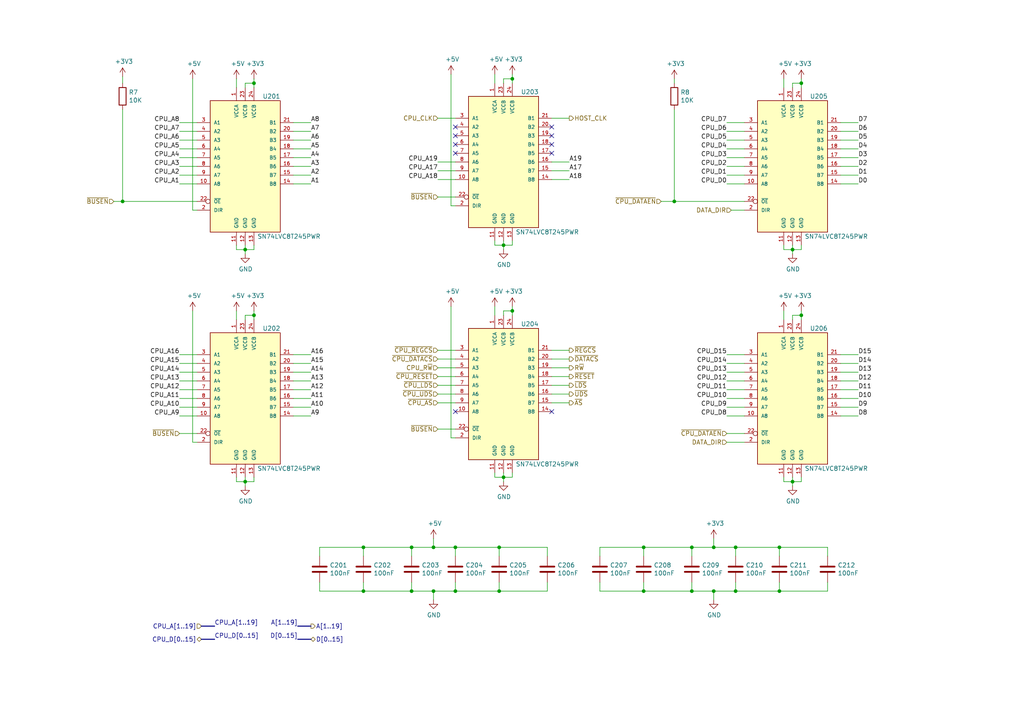
<source format=kicad_sch>
(kicad_sch (version 20211123) (generator eeschema)
  (paper "A4")
  (lib_symbols
    (symbol "Ddraig:SN74LVC8T245PWR" (pin_names (offset 1.016))
      (property "Reference" "U" (at -12.7 31.4706 0))
      (property "Value" "SN74LVC8T245PWR" (at 5.08 -10.16 0))
      (symbol "SN74LVC8T245PWR_0_0"
        (rectangle (start -10.16 -7.62) (end 10.16 30.48) (stroke (width 0.2032)) (fill (type background)))
        (pin power_in line (at -2.54 34.29 270) (length 3.81) (name "VCCA") (number "1"))
        (pin bidirectional line (at -13.97 6.35 0) (length 3.81) (name "A8") (number "10"))
        (pin power_in line (at -2.54 -11.43 90) (length 3.81) (name "GND") (number "11"))
        (pin power_in line (at 0 -11.43 90) (length 3.81) (name "GND") (number "12"))
        (pin power_in line (at 2.54 -11.43 90) (length 3.81) (name "GND") (number "13"))
        (pin bidirectional line (at 13.97 6.35 180) (length 3.81) (name "B8") (number "14"))
        (pin bidirectional line (at 13.97 8.89 180) (length 3.81) (name "B7") (number "15"))
        (pin bidirectional line (at 13.97 11.43 180) (length 3.81) (name "B6") (number "16"))
        (pin bidirectional line (at 13.97 13.97 180) (length 3.81) (name "B5") (number "17"))
        (pin bidirectional line (at 13.97 16.51 180) (length 3.81) (name "B4") (number "18"))
        (pin bidirectional line (at 13.97 19.05 180) (length 3.81) (name "B3") (number "19"))
        (pin input line (at -13.97 -1.27 0) (length 3.81) (name "DIR") (number "2"))
        (pin bidirectional line (at 13.97 21.59 180) (length 3.81) (name "B2") (number "20"))
        (pin bidirectional line (at 13.97 24.13 180) (length 3.81) (name "B1") (number "21"))
        (pin input inverted (at -13.97 1.27 0) (length 3.81) (name "~{OE}") (number "22"))
        (pin power_in line (at 0 34.29 270) (length 3.81) (name "VCCB") (number "23"))
        (pin power_in line (at 2.54 34.29 270) (length 3.81) (name "VCCB") (number "24"))
        (pin bidirectional line (at -13.97 24.13 0) (length 3.81) (name "A1") (number "3"))
        (pin bidirectional line (at -13.97 21.59 0) (length 3.81) (name "A2") (number "4"))
        (pin bidirectional line (at -13.97 19.05 0) (length 3.81) (name "A3") (number "5"))
        (pin bidirectional line (at -13.97 16.51 0) (length 3.81) (name "A4") (number "6"))
        (pin bidirectional line (at -13.97 13.97 0) (length 3.81) (name "A5") (number "7"))
        (pin bidirectional line (at -13.97 11.43 0) (length 3.81) (name "A6") (number "8"))
        (pin bidirectional line (at -13.97 8.89 0) (length 3.81) (name "A7") (number "9"))
      )
    )
    (symbol "Device:C" (pin_numbers hide) (pin_names (offset 0.254))
      (property "Reference" "C" (at 0.635 2.54 0))
      (property "Value" "C" (at 0.635 -2.54 0))
      (symbol "C_0_1"
        (polyline (pts (xy -2.032 -0.762) (xy 2.032 -0.762)) (stroke (width 0.508)))
        (polyline (pts (xy -2.032 0.762) (xy 2.032 0.762)) (stroke (width 0.508)))
      )
      (symbol "C_1_1"
        (pin passive line (at 0 3.81 270) (length 2.794) (name "~") (number "1"))
        (pin passive line (at 0 -3.81 90) (length 2.794) (name "~") (number "2"))
      )
    )
    (symbol "Device:R" (pin_numbers hide) (pin_names (offset 0))
      (property "Reference" "R" (at 2.032 0 90))
      (property "Value" "R" (at 0 0 90))
      (symbol "R_0_1"
        (rectangle (start -1.016 -2.54) (end 1.016 2.54) (stroke (width 0.254)))
      )
      (symbol "R_1_1"
        (pin passive line (at 0 3.81 270) (length 1.27) (name "~") (number "1"))
        (pin passive line (at 0 -3.81 90) (length 1.27) (name "~") (number "2"))
      )
    )
    (symbol "power:+3V3" (power) (pin_names (offset 0))
      (property "Value" "+3V3" (at 0 3.556 0))
      (symbol "+3V3_0_1"
        (polyline (pts (xy -0.762 1.27) (xy 0 2.54)))
        (polyline (pts (xy 0 0) (xy 0 2.54)))
        (polyline (pts (xy 0 2.54) (xy 0.762 1.27)))
      )
      (symbol "+3V3_1_1"
        (pin power_in line (at 0 0 90) (length 0) hide (name "+3V3") (number "1"))
      )
    )
    (symbol "power:+5V" (power) (pin_names (offset 0))
      (property "Value" "+5V" (at 0 3.556 0))
      (symbol "+5V_0_1"
        (polyline (pts (xy -0.762 1.27) (xy 0 2.54)))
        (polyline (pts (xy 0 0) (xy 0 2.54)))
        (polyline (pts (xy 0 2.54) (xy 0.762 1.27)))
      )
      (symbol "+5V_1_1"
        (pin power_in line (at 0 0 90) (length 0) hide (name "+5V") (number "1"))
      )
    )
    (symbol "power:GND" (power) (pin_names (offset 0))
      (property "Value" "GND" (at 0 -3.81 0))
      (symbol "GND_0_1"
        (polyline (pts (xy 0 0) (xy 0 -1.27) (xy 1.27 -1.27) (xy 0 -2.54) (xy -1.27 -1.27) (xy 0 -1.27)))
      )
      (symbol "GND_1_1"
        (pin power_in line (at 0 0 270) (length 0) hide (name "GND") (number "1"))
      )
    )
  )
  (junction (at 186.69 158.75))
  (junction (at 73.66 91.44))
  (junction (at 119.38 158.75))
  (junction (at 207.01 171.45))
  (junction (at 125.73 171.45))
  (junction (at 229.87 72.39))
  (junction (at 232.41 24.13))
  (junction (at 35.56 58.42))
  (junction (at 200.66 171.45))
  (junction (at 73.66 24.13))
  (junction (at 213.36 158.75))
  (junction (at 148.59 90.17))
  (junction (at 119.38 171.45))
  (junction (at 213.36 171.45))
  (junction (at 148.59 22.86))
  (junction (at 71.12 139.7))
  (junction (at 132.08 158.75))
  (junction (at 186.69 171.45))
  (junction (at 200.66 158.75))
  (junction (at 105.41 158.75))
  (junction (at 226.06 171.45))
  (junction (at 132.08 171.45))
  (junction (at 226.06 158.75))
  (junction (at 144.78 158.75))
  (junction (at 146.05 71.12))
  (junction (at 195.58 58.42))
  (junction (at 232.41 91.44))
  (junction (at 144.78 171.45))
  (junction (at 207.01 158.75))
  (junction (at 105.41 171.45))
  (junction (at 125.73 158.75))
  (junction (at 71.12 72.39))
  (junction (at 229.87 139.7))
  (junction (at 146.05 138.43))
  (no_connect (at 132.08 44.45))
  (no_connect (at 132.08 39.37))
  (no_connect (at 160.02 36.83))
  (no_connect (at 132.08 119.38))
  (no_connect (at 160.02 44.45))
  (no_connect (at 160.02 119.38))
  (no_connect (at 160.02 41.91))
  (no_connect (at 160.02 39.37))
  (no_connect (at 132.08 36.83))
  (no_connect (at 132.08 41.91))
  (wire (pts (xy 215.9 53.34) (xy 210.82 53.34)))
  (wire (pts (xy 73.66 25.4) (xy 73.66 24.13)))
  (wire (pts (xy 90.17 35.56) (xy 85.09 35.56)))
  (wire (pts (xy 132.08 114.3) (xy 127 114.3)))
  (wire (pts (xy 90.17 43.18) (xy 85.09 43.18)))
  (wire (pts (xy 132.08 101.6) (xy 127 101.6)))
  (wire (pts (xy 143.51 138.43) (xy 146.05 138.43)))
  (wire (pts (xy 148.59 90.17) (xy 146.05 90.17)))
  (wire (pts (xy 130.81 21.59) (xy 130.81 59.69)))
  (wire (pts (xy 165.1 109.22) (xy 160.02 109.22)))
  (wire (pts (xy 200.66 161.29) (xy 200.66 158.75)))
  (wire (pts (xy 158.75 171.45) (xy 158.75 168.91)))
  (wire (pts (xy 200.66 158.75) (xy 186.69 158.75)))
  (wire (pts (xy 215.9 102.87) (xy 210.82 102.87)))
  (wire (pts (xy 229.87 73.66) (xy 229.87 72.39)))
  (wire (pts (xy 57.15 102.87) (xy 52.07 102.87)))
  (wire (pts (xy 229.87 138.43) (xy 229.87 139.7)))
  (wire (pts (xy 57.15 125.73) (xy 52.07 125.73)))
  (wire (pts (xy 232.41 91.44) (xy 232.41 90.17)))
  (wire (pts (xy 68.58 72.39) (xy 71.12 72.39)))
  (wire (pts (xy 119.38 168.91) (xy 119.38 171.45)))
  (wire (pts (xy 90.17 107.95) (xy 85.09 107.95)))
  (wire (pts (xy 165.1 116.84) (xy 160.02 116.84)))
  (wire (pts (xy 119.38 171.45) (xy 125.73 171.45)))
  (wire (pts (xy 226.06 168.91) (xy 226.06 171.45)))
  (wire (pts (xy 200.66 171.45) (xy 207.01 171.45)))
  (wire (pts (xy 68.58 22.86) (xy 68.58 25.4)))
  (wire (pts (xy 248.92 53.34) (xy 243.84 53.34)))
  (wire (pts (xy 132.08 106.68) (xy 127 106.68)))
  (wire (pts (xy 125.73 158.75) (xy 119.38 158.75)))
  (wire (pts (xy 90.17 53.34) (xy 85.09 53.34)))
  (wire (pts (xy 130.81 127) (xy 132.08 127)))
  (wire (pts (xy 148.59 91.44) (xy 148.59 90.17)))
  (wire (pts (xy 207.01 156.21) (xy 207.01 158.75)))
  (wire (pts (xy 132.08 109.22) (xy 127 109.22)))
  (wire (pts (xy 57.15 53.34) (xy 52.07 53.34)))
  (wire (pts (xy 132.08 49.53) (xy 127 49.53)))
  (wire (pts (xy 143.51 137.16) (xy 143.51 138.43)))
  (wire (pts (xy 240.03 158.75) (xy 240.03 161.29)))
  (wire (pts (xy 132.08 158.75) (xy 144.78 158.75)))
  (wire (pts (xy 57.15 48.26) (xy 52.07 48.26)))
  (wire (pts (xy 213.36 171.45) (xy 226.06 171.45)))
  (wire (pts (xy 73.66 92.71) (xy 73.66 91.44)))
  (bus (pts (xy 86.36 181.61) (xy 90.17 181.61)))
  (wire (pts (xy 232.41 72.39) (xy 232.41 71.12)))
  (wire (pts (xy 73.66 24.13) (xy 73.66 22.86)))
  (wire (pts (xy 57.15 113.03) (xy 52.07 113.03)))
  (wire (pts (xy 173.99 158.75) (xy 173.99 161.29)))
  (wire (pts (xy 232.41 91.44) (xy 229.87 91.44)))
  (wire (pts (xy 90.17 45.72) (xy 85.09 45.72)))
  (wire (pts (xy 248.92 48.26) (xy 243.84 48.26)))
  (wire (pts (xy 165.1 101.6) (xy 160.02 101.6)))
  (wire (pts (xy 186.69 168.91) (xy 186.69 171.45)))
  (wire (pts (xy 132.08 158.75) (xy 125.73 158.75)))
  (wire (pts (xy 90.17 102.87) (xy 85.09 102.87)))
  (wire (pts (xy 90.17 50.8) (xy 85.09 50.8)))
  (wire (pts (xy 125.73 171.45) (xy 132.08 171.45)))
  (wire (pts (xy 195.58 58.42) (xy 215.9 58.42)))
  (wire (pts (xy 213.36 158.75) (xy 207.01 158.75)))
  (wire (pts (xy 105.41 171.45) (xy 119.38 171.45)))
  (wire (pts (xy 35.56 31.75) (xy 35.56 58.42)))
  (wire (pts (xy 57.15 45.72) (xy 52.07 45.72)))
  (wire (pts (xy 232.41 92.71) (xy 232.41 91.44)))
  (wire (pts (xy 227.33 22.86) (xy 227.33 25.4)))
  (wire (pts (xy 132.08 34.29) (xy 127 34.29)))
  (wire (pts (xy 229.87 140.97) (xy 229.87 139.7)))
  (wire (pts (xy 165.1 52.07) (xy 160.02 52.07)))
  (wire (pts (xy 248.92 45.72) (xy 243.84 45.72)))
  (wire (pts (xy 144.78 158.75) (xy 144.78 161.29)))
  (wire (pts (xy 68.58 71.12) (xy 68.58 72.39)))
  (wire (pts (xy 71.12 72.39) (xy 73.66 72.39)))
  (wire (pts (xy 73.66 24.13) (xy 71.12 24.13)))
  (wire (pts (xy 73.66 72.39) (xy 73.66 71.12)))
  (wire (pts (xy 144.78 158.75) (xy 158.75 158.75)))
  (wire (pts (xy 90.17 120.65) (xy 85.09 120.65)))
  (wire (pts (xy 215.9 105.41) (xy 210.82 105.41)))
  (wire (pts (xy 226.06 171.45) (xy 240.03 171.45)))
  (wire (pts (xy 191.77 58.42) (xy 195.58 58.42)))
  (wire (pts (xy 186.69 158.75) (xy 173.99 158.75)))
  (wire (pts (xy 127 46.99) (xy 132.08 46.99)))
  (wire (pts (xy 215.9 118.11) (xy 210.82 118.11)))
  (wire (pts (xy 248.92 115.57) (xy 243.84 115.57)))
  (wire (pts (xy 215.9 128.27) (xy 210.82 128.27)))
  (wire (pts (xy 105.41 161.29) (xy 105.41 158.75)))
  (wire (pts (xy 92.71 168.91) (xy 92.71 171.45)))
  (wire (pts (xy 68.58 90.17) (xy 68.58 92.71)))
  (wire (pts (xy 232.41 24.13) (xy 232.41 22.86)))
  (wire (pts (xy 57.15 110.49) (xy 52.07 110.49)))
  (wire (pts (xy 90.17 40.64) (xy 85.09 40.64)))
  (wire (pts (xy 132.08 111.76) (xy 127 111.76)))
  (wire (pts (xy 227.33 138.43) (xy 227.33 139.7)))
  (wire (pts (xy 130.81 59.69) (xy 132.08 59.69)))
  (wire (pts (xy 132.08 52.07) (xy 127 52.07)))
  (wire (pts (xy 146.05 22.86) (xy 146.05 24.13)))
  (wire (pts (xy 248.92 113.03) (xy 243.84 113.03)))
  (wire (pts (xy 57.15 120.65) (xy 52.07 120.65)))
  (wire (pts (xy 248.92 43.18) (xy 243.84 43.18)))
  (wire (pts (xy 215.9 38.1) (xy 210.82 38.1)))
  (wire (pts (xy 119.38 158.75) (xy 105.41 158.75)))
  (wire (pts (xy 90.17 48.26) (xy 85.09 48.26)))
  (wire (pts (xy 55.88 22.86) (xy 55.88 60.96)))
  (wire (pts (xy 57.15 107.95) (xy 52.07 107.95)))
  (wire (pts (xy 73.66 139.7) (xy 73.66 138.43)))
  (wire (pts (xy 195.58 22.86) (xy 195.58 24.13)))
  (bus (pts (xy 62.23 185.42) (xy 58.42 185.42)))
  (wire (pts (xy 165.1 111.76) (xy 160.02 111.76)))
  (wire (pts (xy 57.15 118.11) (xy 52.07 118.11)))
  (wire (pts (xy 132.08 124.46) (xy 127 124.46)))
  (wire (pts (xy 213.36 168.91) (xy 213.36 171.45)))
  (wire (pts (xy 248.92 35.56) (xy 243.84 35.56)))
  (wire (pts (xy 248.92 102.87) (xy 243.84 102.87)))
  (wire (pts (xy 146.05 138.43) (xy 148.59 138.43)))
  (wire (pts (xy 146.05 137.16) (xy 146.05 138.43)))
  (wire (pts (xy 35.56 22.225) (xy 35.56 24.13)))
  (wire (pts (xy 173.99 171.45) (xy 186.69 171.45)))
  (wire (pts (xy 165.1 114.3) (xy 160.02 114.3)))
  (wire (pts (xy 160.02 34.29) (xy 165.1 34.29)))
  (wire (pts (xy 71.12 140.97) (xy 71.12 139.7)))
  (wire (pts (xy 132.08 116.84) (xy 127 116.84)))
  (wire (pts (xy 90.17 105.41) (xy 85.09 105.41)))
  (wire (pts (xy 57.15 50.8) (xy 52.07 50.8)))
  (wire (pts (xy 146.05 90.17) (xy 146.05 91.44)))
  (wire (pts (xy 105.41 158.75) (xy 92.71 158.75)))
  (bus (pts (xy 90.17 185.42) (xy 86.36 185.42)))
  (wire (pts (xy 248.92 38.1) (xy 243.84 38.1)))
  (wire (pts (xy 227.33 139.7) (xy 229.87 139.7)))
  (wire (pts (xy 227.33 71.12) (xy 227.33 72.39)))
  (wire (pts (xy 125.73 173.99) (xy 125.73 171.45)))
  (wire (pts (xy 143.51 69.85) (xy 143.51 71.12)))
  (wire (pts (xy 73.66 91.44) (xy 71.12 91.44)))
  (wire (pts (xy 200.66 168.91) (xy 200.66 171.45)))
  (wire (pts (xy 146.05 72.39) (xy 146.05 71.12)))
  (wire (pts (xy 229.87 24.13) (xy 229.87 25.4)))
  (wire (pts (xy 158.75 158.75) (xy 158.75 161.29)))
  (wire (pts (xy 186.69 171.45) (xy 200.66 171.45)))
  (wire (pts (xy 215.9 120.65) (xy 210.82 120.65)))
  (wire (pts (xy 71.12 139.7) (xy 73.66 139.7)))
  (wire (pts (xy 207.01 158.75) (xy 200.66 158.75)))
  (wire (pts (xy 165.1 46.99) (xy 160.02 46.99)))
  (wire (pts (xy 173.99 168.91) (xy 173.99 171.45)))
  (wire (pts (xy 57.15 115.57) (xy 52.07 115.57)))
  (wire (pts (xy 57.15 35.56) (xy 52.07 35.56)))
  (wire (pts (xy 215.9 35.56) (xy 210.82 35.56)))
  (wire (pts (xy 215.9 125.73) (xy 210.82 125.73)))
  (wire (pts (xy 160.02 49.53) (xy 165.1 49.53)))
  (wire (pts (xy 71.12 138.43) (xy 71.12 139.7)))
  (wire (pts (xy 195.58 31.75) (xy 195.58 58.42)))
  (wire (pts (xy 215.9 113.03) (xy 210.82 113.03)))
  (wire (pts (xy 213.36 158.75) (xy 226.06 158.75)))
  (wire (pts (xy 148.59 71.12) (xy 148.59 69.85)))
  (wire (pts (xy 229.87 91.44) (xy 229.87 92.71)))
  (wire (pts (xy 215.9 110.49) (xy 210.82 110.49)))
  (wire (pts (xy 212.09 60.96) (xy 215.9 60.96)))
  (wire (pts (xy 148.59 24.13) (xy 148.59 22.86)))
  (wire (pts (xy 90.17 113.03) (xy 85.09 113.03)))
  (wire (pts (xy 215.9 43.18) (xy 210.82 43.18)))
  (wire (pts (xy 215.9 48.26) (xy 210.82 48.26)))
  (wire (pts (xy 132.08 104.14) (xy 127 104.14)))
  (wire (pts (xy 57.15 58.42) (xy 35.56 58.42)))
  (wire (pts (xy 165.1 106.68) (xy 160.02 106.68)))
  (wire (pts (xy 215.9 40.64) (xy 210.82 40.64)))
  (wire (pts (xy 148.59 22.86) (xy 148.59 21.59)))
  (wire (pts (xy 226.06 158.75) (xy 240.03 158.75)))
  (wire (pts (xy 227.33 72.39) (xy 229.87 72.39)))
  (wire (pts (xy 148.59 90.17) (xy 148.59 88.9)))
  (wire (pts (xy 226.06 158.75) (xy 226.06 161.29)))
  (wire (pts (xy 207.01 173.99) (xy 207.01 171.45)))
  (wire (pts (xy 132.08 161.29) (xy 132.08 158.75)))
  (wire (pts (xy 35.56 58.42) (xy 33.02 58.42)))
  (wire (pts (xy 165.1 104.14) (xy 160.02 104.14)))
  (wire (pts (xy 213.36 161.29) (xy 213.36 158.75)))
  (wire (pts (xy 148.59 22.86) (xy 146.05 22.86)))
  (wire (pts (xy 146.05 139.7) (xy 146.05 138.43)))
  (wire (pts (xy 71.12 91.44) (xy 71.12 92.71)))
  (wire (pts (xy 229.87 72.39) (xy 232.41 72.39)))
  (wire (pts (xy 215.9 45.72) (xy 210.82 45.72)))
  (wire (pts (xy 146.05 71.12) (xy 148.59 71.12)))
  (wire (pts (xy 248.92 105.41) (xy 243.84 105.41)))
  (wire (pts (xy 248.92 40.64) (xy 243.84 40.64)))
  (wire (pts (xy 105.41 168.91) (xy 105.41 171.45)))
  (wire (pts (xy 132.08 171.45) (xy 144.78 171.45)))
  (wire (pts (xy 90.17 115.57) (xy 85.09 115.57)))
  (wire (pts (xy 57.15 38.1) (xy 52.07 38.1)))
  (wire (pts (xy 227.33 90.17) (xy 227.33 92.71)))
  (wire (pts (xy 229.87 71.12) (xy 229.87 72.39)))
  (wire (pts (xy 130.81 88.9) (xy 130.81 127)))
  (wire (pts (xy 143.51 21.59) (xy 143.51 24.13)))
  (wire (pts (xy 148.59 138.43) (xy 148.59 137.16)))
  (wire (pts (xy 248.92 107.95) (xy 243.84 107.95)))
  (wire (pts (xy 90.17 38.1) (xy 85.09 38.1)))
  (wire (pts (xy 248.92 110.49) (xy 243.84 110.49)))
  (wire (pts (xy 207.01 171.45) (xy 213.36 171.45)))
  (wire (pts (xy 57.15 40.64) (xy 52.07 40.64)))
  (wire (pts (xy 71.12 71.12) (xy 71.12 72.39)))
  (wire (pts (xy 127 57.15) (xy 132.08 57.15)))
  (wire (pts (xy 90.17 110.49) (xy 85.09 110.49)))
  (wire (pts (xy 68.58 138.43) (xy 68.58 139.7)))
  (wire (pts (xy 57.15 43.18) (xy 52.07 43.18)))
  (wire (pts (xy 92.71 171.45) (xy 105.41 171.45)))
  (wire (pts (xy 90.17 118.11) (xy 85.09 118.11)))
  (wire (pts (xy 232.41 24.13) (xy 229.87 24.13)))
  (wire (pts (xy 215.9 115.57) (xy 210.82 115.57)))
  (wire (pts (xy 232.41 25.4) (xy 232.41 24.13)))
  (wire (pts (xy 92.71 158.75) (xy 92.71 161.29)))
  (wire (pts (xy 68.58 139.7) (xy 71.12 139.7)))
  (bus (pts (xy 62.23 181.61) (xy 58.42 181.61)))
  (wire (pts (xy 57.15 105.41) (xy 52.07 105.41)))
  (wire (pts (xy 232.41 139.7) (xy 232.41 138.43)))
  (wire (pts (xy 215.9 107.95) (xy 210.82 107.95)))
  (wire (pts (xy 248.92 118.11) (xy 243.84 118.11)))
  (wire (pts (xy 71.12 73.66) (xy 71.12 72.39)))
  (wire (pts (xy 248.92 120.65) (xy 243.84 120.65)))
  (wire (pts (xy 144.78 171.45) (xy 158.75 171.45)))
  (wire (pts (xy 144.78 168.91) (xy 144.78 171.45)))
  (wire (pts (xy 55.88 90.17) (xy 55.88 128.27)))
  (wire (pts (xy 119.38 161.29) (xy 119.38 158.75)))
  (wire (pts (xy 215.9 50.8) (xy 210.82 50.8)))
  (wire (pts (xy 146.05 69.85) (xy 146.05 71.12)))
  (wire (pts (xy 240.03 171.45) (xy 240.03 168.91)))
  (wire (pts (xy 73.66 91.44) (xy 73.66 90.17)))
  (wire (pts (xy 125.73 156.21) (xy 125.73 158.75)))
  (wire (pts (xy 143.51 71.12) (xy 146.05 71.12)))
  (wire (pts (xy 229.87 139.7) (xy 232.41 139.7)))
  (wire (pts (xy 248.92 50.8) (xy 243.84 50.8)))
  (wire (pts (xy 71.12 24.13) (xy 71.12 25.4)))
  (wire (pts (xy 55.88 60.96) (xy 57.15 60.96)))
  (wire (pts (xy 143.51 88.9) (xy 143.51 91.44)))
  (wire (pts (xy 132.08 168.91) (xy 132.08 171.45)))
  (wire (pts (xy 186.69 161.29) (xy 186.69 158.75)))
  (wire (pts (xy 55.88 128.27) (xy 57.15 128.27)))
  (label "A17" (at 165.1 49.53 0))
  (label "A16" (at 90.17 102.87 0))
  (label "D13" (at 248.92 107.95 0))
  (label "CPU_D2" (at 210.82 48.26 180))
  (label "A1" (at 90.17 53.34 0))
  (label "CPU_A14" (at 52.07 107.95 180))
  (label "CPU_A10" (at 52.07 118.11 180))
  (label "D8" (at 248.92 120.65 0))
  (label "A6" (at 90.17 40.64 0))
  (label "D5" (at 248.92 40.64 0))
  (label "CPU_D12" (at 210.82 110.49 180))
  (label "CPU_D15" (at 210.82 102.87 180))
  (label "CPU_A8" (at 52.07 35.56 180))
  (label "A[1..19]" (at 86.36 181.61 180))
  (label "A5" (at 90.17 43.18 0))
  (label "A3" (at 90.17 48.26 0))
  (label "D4" (at 248.92 43.18 0))
  (label "CPU_D5" (at 210.82 40.64 180))
  (label "A19" (at 165.1 46.99 0))
  (label "A13" (at 90.17 110.49 0))
  (label "CPU_D7" (at 210.82 35.56 180))
  (label "A18" (at 165.1 52.07 0))
  (label "D2" (at 248.92 48.26 0))
  (label "CPU_D4" (at 210.82 43.18 180))
  (label "CPU_A18" (at 127 52.07 180))
  (label "CPU_D9" (at 210.82 118.11 180))
  (label "CPU_A2" (at 52.07 50.8 180))
  (label "A2" (at 90.17 50.8 0))
  (label "A11" (at 90.17 115.57 0))
  (label "CPU_A4" (at 52.07 45.72 180))
  (label "CPU_A6" (at 52.07 40.64 180))
  (label "A10" (at 90.17 118.11 0))
  (label "CPU_A3" (at 52.07 48.26 180))
  (label "A14" (at 90.17 107.95 0))
  (label "D1" (at 248.92 50.8 0))
  (label "CPU_A17" (at 127 49.53 180))
  (label "CPU_A13" (at 52.07 110.49 180))
  (label "D0" (at 248.92 53.34 0))
  (label "CPU_D3" (at 210.82 45.72 180))
  (label "CPU_A12" (at 52.07 113.03 180))
  (label "CPU_D6" (at 210.82 38.1 180))
  (label "D15" (at 248.92 102.87 0))
  (label "CPU_A5" (at 52.07 43.18 180))
  (label "D10" (at 248.92 115.57 0))
  (label "D12" (at 248.92 110.49 0))
  (label "D11" (at 248.92 113.03 0))
  (label "CPU_A[1..19]" (at 62.23 181.61 0))
  (label "D9" (at 248.92 118.11 0))
  (label "D3" (at 248.92 45.72 0))
  (label "CPU_D[0..15]" (at 62.23 185.42 0))
  (label "CPU_A9" (at 52.07 120.65 180))
  (label "CPU_A16" (at 52.07 102.87 180))
  (label "A12" (at 90.17 113.03 0))
  (label "D14" (at 248.92 105.41 0))
  (label "CPU_D0" (at 210.82 53.34 180))
  (label "CPU_D8" (at 210.82 120.65 180))
  (label "A9" (at 90.17 120.65 0))
  (label "A4" (at 90.17 45.72 0))
  (label "D7" (at 248.92 35.56 0))
  (label "CPU_A1" (at 52.07 53.34 180))
  (label "D[0..15]" (at 86.36 185.42 180))
  (label "CPU_D11" (at 210.82 113.03 180))
  (label "CPU_A19" (at 127 46.99 180))
  (label "A15" (at 90.17 105.41 0))
  (label "CPU_A15" (at 52.07 105.41 180))
  (label "A7" (at 90.17 38.1 0))
  (label "CPU_A7" (at 52.07 38.1 180))
  (label "CPU_A11" (at 52.07 115.57 180))
  (label "CPU_D10" (at 210.82 115.57 180))
  (label "A8" (at 90.17 35.56 0))
  (label "CPU_D14" (at 210.82 105.41 180))
  (label "CPU_D1" (at 210.82 50.8 180))
  (label "CPU_D13" (at 210.82 107.95 180))
  (label "D6" (at 248.92 38.1 0))
  (hierarchical_label "~{REGCS}" (shape output) (at 165.1 101.6 0))
  (hierarchical_label "~{LDS}" (shape output) (at 165.1 111.76 0))
  (hierarchical_label "~{CPU_LDS}" (shape input) (at 127 111.76 180))
  (hierarchical_label "~{CPU_UDS}" (shape input) (at 127 114.3 180))
  (hierarchical_label "~{BUSEN}" (shape input) (at 127 57.15 180))
  (hierarchical_label "CPU_D[0..15]" (shape bidirectional) (at 58.42 185.42 180))
  (hierarchical_label "~{RESET}" (shape output) (at 165.1 109.22 0))
  (hierarchical_label "DATA_DIR" (shape input) (at 212.09 60.96 180))
  (hierarchical_label "CPU_A[1..19]" (shape input) (at 58.42 181.61 180))
  (hierarchical_label "~{BUSEN}" (shape input) (at 127 124.46 180))
  (hierarchical_label "~{BUSEN}" (shape input) (at 33.02 58.42 180))
  (hierarchical_label "~{BUSEN}" (shape input) (at 52.07 125.73 180))
  (hierarchical_label "D[0..15]" (shape bidirectional) (at 90.17 185.42 0))
  (hierarchical_label "R~{W}" (shape output) (at 165.1 106.68 0))
  (hierarchical_label "~{UDS}" (shape output) (at 165.1 114.3 0))
  (hierarchical_label "~{CPU_AS}" (shape input) (at 127 116.84 180))
  (hierarchical_label "HOST_CLK" (shape output) (at 165.1 34.29 0))
  (hierarchical_label "CPU_R~{W}" (shape input) (at 127 106.68 180))
  (hierarchical_label "~{CPU_RESET}" (shape input) (at 127 109.22 180))
  (hierarchical_label "~{CPU_DATAEN}" (shape input) (at 191.77 58.42 180))
  (hierarchical_label "~{DATACS}" (shape output) (at 165.1 104.14 0))
  (hierarchical_label "DATA_DIR" (shape input) (at 210.82 128.27 180))
  (hierarchical_label "~{CPU_DATAEN}" (shape input) (at 210.82 125.73 180))
  (hierarchical_label "CPU_CLK" (shape input) (at 127 34.29 180))
  (hierarchical_label "A[1..19]" (shape output) (at 90.17 181.61 0))
  (hierarchical_label "~{CPU_REGCS}" (shape input) (at 127 101.6 180))
  (hierarchical_label "~{AS}" (shape output) (at 165.1 116.84 0))
  (hierarchical_label "~{CPU_DATACS}" (shape input) (at 127 104.14 180))
  (symbol (lib_id "power:+5V") (at 227.33 22.86 0) (unit 1)
    (property "Reference" "#PWR0225" (effects hide))
    (property "Value" "+5V" (at 227.711 18.4658 0))
  )
  (symbol (lib_id "power:+3V3") (at 232.41 22.86 0) (unit 1)
    (property "Reference" "#PWR0229" (effects hide))
    (property "Value" "+3V3" (at 232.791 18.4658 0))
  )
  (symbol (lib_id "power:GND") (at 229.87 73.66 0) (unit 1)
    (property "Reference" "#PWR0227" (effects hide))
    (property "Value" "GND" (at 229.997 78.0542 0))
  )
  (symbol (lib_id "power:+5V") (at 227.33 90.17 0) (unit 1)
    (property "Reference" "#PWR0226" (effects hide))
    (property "Value" "+5V" (at 227.711 85.7758 0))
  )
  (symbol (lib_id "power:+3V3") (at 232.41 90.17 0) (unit 1)
    (property "Reference" "#PWR0230" (effects hide))
    (property "Value" "+3V3" (at 232.791 85.7758 0))
  )
  (symbol (lib_id "power:GND") (at 229.87 140.97 0) (unit 1)
    (property "Reference" "#PWR0228" (effects hide))
    (property "Value" "GND" (at 229.997 145.3642 0))
  )
  (symbol (lib_id "power:+5V") (at 68.58 22.86 0) (unit 1)
    (property "Reference" "#PWR0205" (effects hide))
    (property "Value" "+5V" (at 68.961 18.4658 0))
  )
  (symbol (lib_id "power:+3V3") (at 73.66 22.86 0) (unit 1)
    (property "Reference" "#PWR0209" (effects hide))
    (property "Value" "+3V3" (at 74.041 18.4658 0))
  )
  (symbol (lib_id "power:GND") (at 71.12 73.66 0) (unit 1)
    (property "Reference" "#PWR0207" (effects hide))
    (property "Value" "GND" (at 71.247 78.0542 0))
  )
  (symbol (lib_id "power:+5V") (at 55.88 22.86 0) (unit 1)
    (property "Reference" "#PWR0203" (effects hide))
    (property "Value" "+5V" (at 56.261 18.4658 0))
  )
  (symbol (lib_id "power:+5V") (at 68.58 90.17 0) (unit 1)
    (property "Reference" "#PWR0206" (effects hide))
    (property "Value" "+5V" (at 68.961 85.7758 0))
  )
  (symbol (lib_id "power:+3V3") (at 73.66 90.17 0) (unit 1)
    (property "Reference" "#PWR0210" (effects hide))
    (property "Value" "+3V3" (at 74.041 85.7758 0))
  )
  (symbol (lib_id "power:GND") (at 71.12 140.97 0) (unit 1)
    (property "Reference" "#PWR0208" (effects hide))
    (property "Value" "GND" (at 71.247 145.3642 0))
  )
  (symbol (lib_id "power:+5V") (at 55.88 90.17 0) (unit 1)
    (property "Reference" "#PWR0204" (effects hide))
    (property "Value" "+5V" (at 56.261 85.7758 0))
  )
  (symbol (lib_id "power:+5V") (at 143.51 21.59 0) (unit 1)
    (property "Reference" "#PWR0217" (effects hide))
    (property "Value" "+5V" (at 143.891 17.1958 0))
  )
  (symbol (lib_id "power:+3V3") (at 148.59 21.59 0) (unit 1)
    (property "Reference" "#PWR0221" (effects hide))
    (property "Value" "+3V3" (at 148.971 17.1958 0))
  )
  (symbol (lib_id "power:GND") (at 146.05 72.39 0) (unit 1)
    (property "Reference" "#PWR0219" (effects hide))
    (property "Value" "GND" (at 146.177 76.7842 0))
  )
  (symbol (lib_id "power:+5V") (at 130.81 21.59 0) (unit 1)
    (property "Reference" "#PWR0215" (effects hide))
    (property "Value" "+5V" (at 131.191 17.1958 0))
  )
  (symbol (lib_id "power:+5V") (at 143.51 88.9 0) (unit 1)
    (property "Reference" "#PWR0218" (effects hide))
    (property "Value" "+5V" (at 143.891 84.5058 0))
  )
  (symbol (lib_id "power:+3V3") (at 148.59 88.9 0) (unit 1)
    (property "Reference" "#PWR0222" (effects hide))
    (property "Value" "+3V3" (at 148.971 84.5058 0))
  )
  (symbol (lib_id "power:GND") (at 146.05 139.7 0) (unit 1)
    (property "Reference" "#PWR0220" (effects hide))
    (property "Value" "GND" (at 146.177 144.0942 0))
  )
  (symbol (lib_id "power:+5V") (at 130.81 88.9 0) (unit 1)
    (property "Reference" "#PWR0216" (effects hide))
    (property "Value" "+5V" (at 131.191 84.5058 0))
  )
  (symbol (lib_id "Device:C") (at 132.08 165.1 0) (unit 1)
    (property "Reference" "C204" (at 135.001 163.9316 0) (effects (justify left)))
    (property "Value" "100nF" (at 135.001 166.243 0) (effects (justify left)))
    (property "Footprint" "Capacitor_SMD:C_0805_2012Metric" (effects hide))
  )
  (symbol (lib_id "power:+5V") (at 125.73 156.21 0) (unit 1)
    (property "Reference" "#PWR0211" (effects hide))
    (property "Value" "+5V" (at 126.111 151.8158 0))
  )
  (symbol (lib_id "power:GND") (at 125.73 173.99 0) (unit 1)
    (property "Reference" "#PWR0212" (effects hide))
    (property "Value" "GND" (at 125.857 178.3842 0))
  )
  (symbol (lib_id "Device:C") (at 144.78 165.1 0) (unit 1)
    (property "Reference" "C205" (at 147.701 163.9316 0) (effects (justify left)))
    (property "Value" "100nF" (at 147.701 166.243 0) (effects (justify left)))
    (property "Footprint" "Capacitor_SMD:C_0805_2012Metric" (effects hide))
  )
  (symbol (lib_id "Device:C") (at 158.75 165.1 0) (unit 1)
    (property "Reference" "C206" (at 161.671 163.9316 0) (effects (justify left)))
    (property "Value" "100nF" (at 161.671 166.243 0) (effects (justify left)))
    (property "Footprint" "Capacitor_SMD:C_0805_2012Metric" (effects hide))
  )
  (symbol (lib_id "Device:C") (at 92.71 165.1 0) (unit 1)
    (property "Reference" "C201" (at 95.631 163.9316 0) (effects (justify left)))
    (property "Value" "100nF" (at 95.631 166.243 0) (effects (justify left)))
    (property "Footprint" "Capacitor_SMD:C_0805_2012Metric" (effects hide))
  )
  (symbol (lib_id "Device:C") (at 105.41 165.1 0) (unit 1)
    (property "Reference" "C202" (at 108.331 163.9316 0) (effects (justify left)))
    (property "Value" "100nF" (at 108.331 166.243 0) (effects (justify left)))
    (property "Footprint" "Capacitor_SMD:C_0805_2012Metric" (effects hide))
  )
  (symbol (lib_id "Device:C") (at 119.38 165.1 0) (unit 1)
    (property "Reference" "C203" (at 122.301 163.9316 0) (effects (justify left)))
    (property "Value" "100nF" (at 122.301 166.243 0) (effects (justify left)))
    (property "Footprint" "Capacitor_SMD:C_0805_2012Metric" (effects hide))
  )
  (symbol (lib_id "Device:R") (at 195.58 27.94 0) (unit 1)
    (property "Reference" "R8" (at 197.358 26.7716 0) (effects (justify left)))
    (property "Value" "10K" (at 197.358 29.083 0) (effects (justify left)))
    (property "Footprint" "Resistor_SMD:R_0805_2012Metric" (effects hide))
  )
  (symbol (lib_id "Ddraig:SN74LVC8T245PWR") (at 71.12 59.69 0) (unit 1)
    (property "Reference" "U201" (at 78.74 27.94 0))
    (property "Value" "SN74LVC8T245PWR" (at 83.82 68.58 0))
    (property "Footprint" "Ddraig:SOP65P640X120-24N" (effects hide))
  )
  (symbol (lib_id "Ddraig:SN74LVC8T245PWR") (at 146.05 58.42 0) (unit 1)
    (property "Reference" "U203" (at 153.67 26.67 0))
    (property "Value" "SN74LVC8T245PWR" (at 158.75 67.31 0))
    (property "Footprint" "Ddraig:SOP65P640X120-24N" (effects hide))
  )
  (symbol (lib_id "Ddraig:SN74LVC8T245PWR") (at 229.87 59.69 0) (unit 1)
    (property "Reference" "U205" (at 237.49 27.94 0))
    (property "Value" "SN74LVC8T245PWR" (at 242.57 68.58 0))
    (property "Footprint" "Ddraig:SOP65P640X120-24N" (effects hide))
  )
  (symbol (lib_id "Ddraig:SN74LVC8T245PWR") (at 229.87 127 0) (unit 1)
    (property "Reference" "U206" (at 237.49 95.25 0))
    (property "Value" "SN74LVC8T245PWR" (at 242.57 135.89 0))
    (property "Footprint" "Ddraig:SOP65P640X120-24N" (effects hide))
  )
  (symbol (lib_id "Ddraig:SN74LVC8T245PWR") (at 146.05 125.73 0) (unit 1)
    (property "Reference" "U204" (at 153.67 93.98 0))
    (property "Value" "SN74LVC8T245PWR" (at 158.75 134.62 0))
    (property "Footprint" "Ddraig:SOP65P640X120-24N" (effects hide))
  )
  (symbol (lib_id "Ddraig:SN74LVC8T245PWR") (at 71.12 127 0) (unit 1)
    (property "Reference" "U202" (at 78.74 95.25 0))
    (property "Value" "SN74LVC8T245PWR" (at 83.82 135.89 0))
    (property "Footprint" "Ddraig:SOP65P640X120-24N" (effects hide))
  )
  (symbol (lib_id "Device:C") (at 213.36 165.1 0) (unit 1)
    (property "Reference" "C210" (at 216.281 163.9316 0) (effects (justify left)))
    (property "Value" "100nF" (at 216.281 166.243 0) (effects (justify left)))
    (property "Footprint" "Capacitor_SMD:C_0805_2012Metric" (effects hide))
  )
  (symbol (lib_id "power:GND") (at 207.01 173.99 0) (unit 1)
    (property "Reference" "#PWR0224" (effects hide))
    (property "Value" "GND" (at 207.137 178.3842 0))
  )
  (symbol (lib_id "Device:C") (at 226.06 165.1 0) (unit 1)
    (property "Reference" "C211" (at 228.981 163.9316 0) (effects (justify left)))
    (property "Value" "100nF" (at 228.981 166.243 0) (effects (justify left)))
    (property "Footprint" "Capacitor_SMD:C_0805_2012Metric" (effects hide))
  )
  (symbol (lib_id "Device:C") (at 240.03 165.1 0) (unit 1)
    (property "Reference" "C212" (at 242.951 163.9316 0) (effects (justify left)))
    (property "Value" "100nF" (at 242.951 166.243 0) (effects (justify left)))
    (property "Footprint" "Capacitor_SMD:C_0805_2012Metric" (effects hide))
  )
  (symbol (lib_id "Device:C") (at 173.99 165.1 0) (unit 1)
    (property "Reference" "C207" (at 176.911 163.9316 0) (effects (justify left)))
    (property "Value" "100nF" (at 176.911 166.243 0) (effects (justify left)))
    (property "Footprint" "Capacitor_SMD:C_0805_2012Metric" (effects hide))
  )
  (symbol (lib_id "Device:C") (at 186.69 165.1 0) (unit 1)
    (property "Reference" "C208" (at 189.611 163.9316 0) (effects (justify left)))
    (property "Value" "100nF" (at 189.611 166.243 0) (effects (justify left)))
    (property "Footprint" "Capacitor_SMD:C_0805_2012Metric" (effects hide))
  )
  (symbol (lib_id "Device:C") (at 200.66 165.1 0) (unit 1)
    (property "Reference" "C209" (at 203.581 163.9316 0) (effects (justify left)))
    (property "Value" "100nF" (at 203.581 166.243 0) (effects (justify left)))
    (property "Footprint" "Capacitor_SMD:C_0805_2012Metric" (effects hide))
  )
  (symbol (lib_id "power:+3V3") (at 207.01 156.21 0) (unit 1)
    (property "Reference" "#PWR0223" (effects hide))
    (property "Value" "+3V3" (at 207.391 151.8158 0))
  )
  (symbol (lib_id "Device:R") (at 35.56 27.94 0) (unit 1)
    (property "Reference" "R7" (at 37.338 26.7716 0) (effects (justify left)))
    (property "Value" "10K" (at 37.338 29.083 0) (effects (justify left)))
    (property "Footprint" "Resistor_SMD:R_0805_2012Metric" (effects hide))
  )
  (symbol (lib_id "power:+3V3") (at 195.58 22.86 0) (unit 1)
    (property "Reference" "#PWR?" (effects hide))
    (property "Value" "+3V3" (at 195.961 18.4658 0))
  )
  (symbol (lib_id "power:+3V3") (at 35.56 22.225 0) (unit 1)
    (property "Reference" "#PWR?" (effects hide))
    (property "Value" "+3V3" (at 35.941 17.8308 0))
  )
)
</source>
